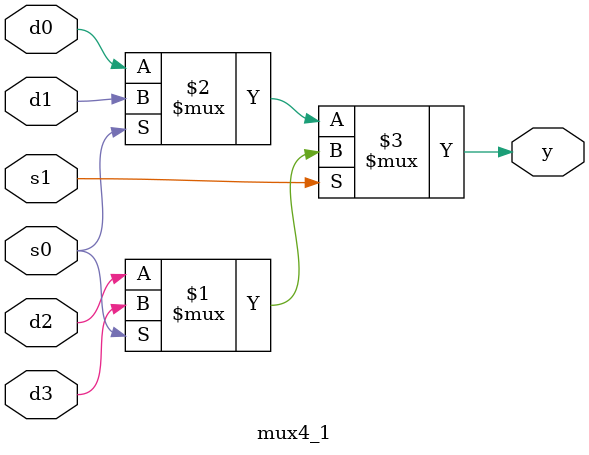
<source format=v>
module mux4_1(
    input d0,d1,d2,d3,
input s0,s1,
output y);

assign y = s1 ? (s0 ? d3 : d2) : (s0 ? d1 : d0);

endmodule

</source>
